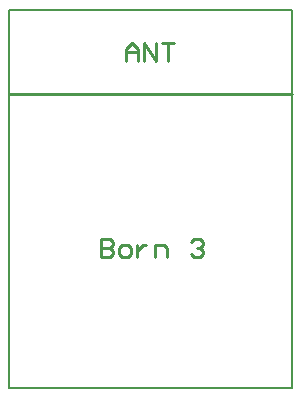
<source format=gto>
G04*
G04 #@! TF.GenerationSoftware,Altium Limited,Altium Designer,19.1.5 (86)*
G04*
G04 Layer_Color=65535*
%FSLAX25Y25*%
%MOIN*%
G70*
G01*
G75*
%ADD10C,0.01000*%
%ADD11C,0.00787*%
D10*
X4437Y106572D02*
X98925D01*
X35244Y58270D02*
Y52272D01*
X38243D01*
X39243Y53271D01*
Y54271D01*
X38243Y55271D01*
X35244D01*
X38243D01*
X39243Y56270D01*
Y57270D01*
X38243Y58270D01*
X35244D01*
X42242Y52272D02*
X44241D01*
X45241Y53271D01*
Y55271D01*
X44241Y56270D01*
X42242D01*
X41242Y55271D01*
Y53271D01*
X42242Y52272D01*
X47240Y56270D02*
Y52272D01*
Y54271D01*
X48240Y55271D01*
X49240Y56270D01*
X50239D01*
X53238Y52272D02*
Y56270D01*
X56237D01*
X57237Y55271D01*
Y52272D01*
X65234Y57270D02*
X66234Y58270D01*
X68233D01*
X69233Y57270D01*
Y56270D01*
X68233Y55271D01*
X67234D01*
X68233D01*
X69233Y54271D01*
Y53271D01*
X68233Y52272D01*
X66234D01*
X65234Y53271D01*
X43437Y117572D02*
Y121571D01*
X45436Y123570D01*
X47436Y121571D01*
Y117572D01*
Y120571D01*
X43437D01*
X49435Y117572D02*
Y123570D01*
X53434Y117572D01*
Y123570D01*
X55433D02*
X59432D01*
X57433D01*
Y117572D01*
D11*
X4437Y8572D02*
Y134556D01*
Y8572D02*
X98925D01*
Y134556D01*
X53650D02*
X98925D01*
X4437D02*
X33964D01*
X53650D01*
M02*

</source>
